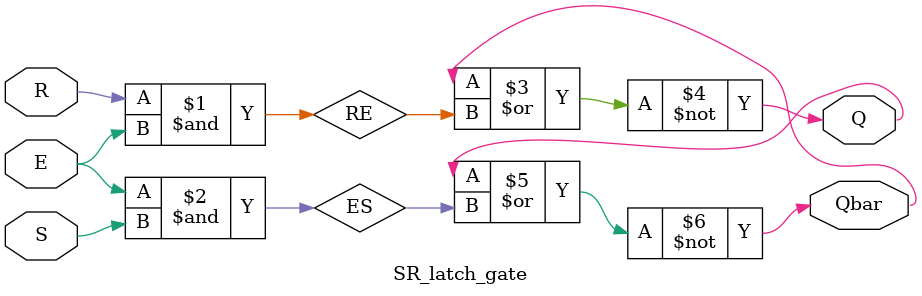
<source format=v>
`timescale 1ns / 1ps


module SR_latch_gate(input R, input S, input E, output Q, output Qbar);
    wire RE, ES;
    assign RE = R&E;
    assign ES = E&S;
    assign #1 Q = ~(Qbar|RE);
    assign #1 Qbar = ~(Q|ES); 
endmodule

</source>
